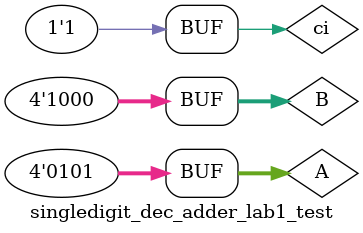
<source format=v>
`timescale 1ns / 1ps


module singledigit_dec_adder_lab1_test;

	// Inputs
	reg [3:0] A;
	reg [3:0] B;
	reg ci;

	// Outputs
	wire [3:0] s;
	wire co;

	// Instantiate the Unit Under Test (UUT)
	singledigit_dec_adder_lab1 uut (
		.A(A), 
		.B(B), 
		.ci(ci), 
		.s(s), 
		.co(co)
	);

	initial begin
		// Initialize Inputs
		A = 4'd0;
		B = 4'd0;
		ci = 1'd0;

		// Wait 100 ns for global reset to finish
		#100
		A=4'd3;
		B=4'd2;
		ci=1'd0;
		
		#100
		A=4'd3;
		B=4'd2;
		ci=1'd0;
		
		
		#100
		A=4'd3;
		B=4'd2;
		ci=1'd1;
		
		
		
		#100
		A=4'd5;
		B=4'd8;
		ci=1'd0;
		
		
		
		#100
		A=4'd5;
		B=4'd8;
		ci=1'd1;
      
		
		// Add stimulus here

	end
      
endmodule


</source>
